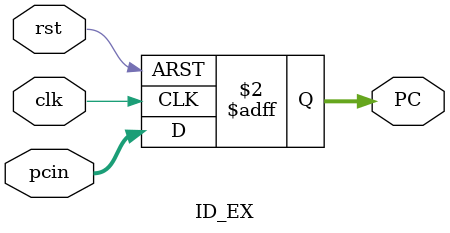
<source format=sv>
`timescale 1ns/1ns
module ID_EX(input clk, rst,
            input[31:0] pcin,
            output reg[31:0] PC);
    
    always@(posedge clk, posedge rst ) begin
      if(rst)
       PC = 32'b0;
      else 
       PC = pcin;
    end
            
endmodule

</source>
